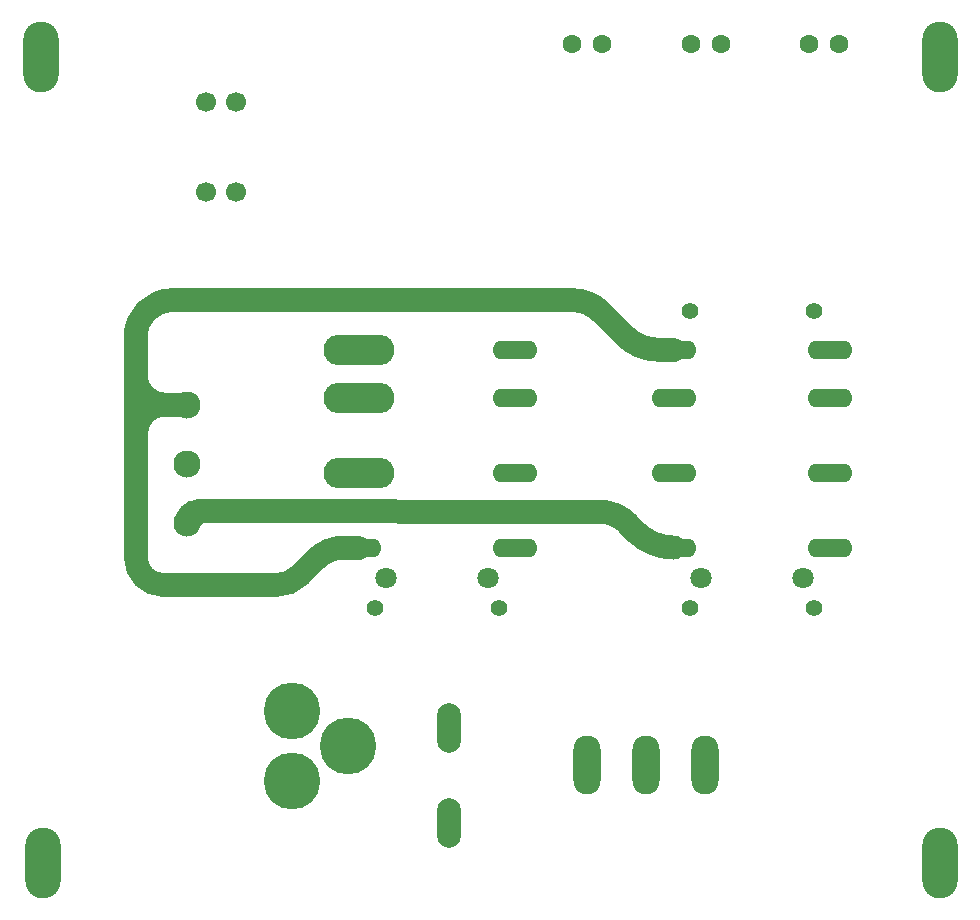
<source format=gtl>
G04 Layer: TopLayer*
G04 EasyEDA v6.5.46, 2025-07-02 10:59:38*
G04 Gerber Generator version 0.2*
G04 Scale: 100 percent, Rotated: No, Reflected: No *
G04 Dimensions in millimeters *
G04 leading zeros omitted , absolute positions ,4 integer and 5 decimal *
%FSLAX45Y45*%
%MOMM*%

%ADD10C,2.0000*%
%ADD11C,1.8000*%
%ADD12C,1.4000*%
%ADD13O,2.2999954X4.9999899999999995*%
%ADD14C,2.3000*%
%ADD15C,1.6000*%
%ADD16C,1.7000*%
%ADD17C,4.8006*%
%ADD18O,1.9999959999999999X4.1999916*%
%ADD19O,3.7999924X1.5999968*%
%ADD20O,5.999988X2.5999948*%
%ADD21O,2.999994X5.999988*%

%LPD*%
D10*
X1399717Y2376413D02*
G01*
X1600327Y2175804D01*
X-2540025Y1587500D02*
G01*
X-2540025Y2165095D01*
X-1146139Y149219D02*
G01*
X-1012281Y283077D01*
X1692650Y517156D02*
G01*
X1625305Y584489D01*
X-2108225Y1592206D02*
G01*
X-2292126Y1592206D01*
X-2108225Y592211D02*
G01*
X-2013237Y687207D01*
X-2013226Y687209D02*
G01*
X1384274Y685800D01*
X-2540025Y1587500D02*
G01*
X-2536725Y293507D01*
X-774219Y381685D02*
G01*
X-647217Y381762D01*
X-2308123Y65023D02*
G01*
X-1349405Y65023D01*
X-2228621Y2476500D02*
G01*
X1158087Y2476500D01*
X1887743Y2056698D02*
G01*
X2019782Y2056637D01*
G75*
G01*
X1600327Y2175805D02*
G02*
X1600355Y2175739I-63J-66D01*
G75*
G01*
X1399718Y2376414D02*
G03*
X1158088Y2476500I-241630J-241630D01*
G75*
G01*
X1600355Y2175739D02*
G03*
X1887743Y2056699I287388J287388D01*
G75*
G01*
X-2292119Y1592212D02*
G02*
X-2540025Y1840118I0J247906D01*
G75*
G01*
X-1012281Y283078D02*
G02*
X-1012096Y283154I185J-188D01*
G75*
G01*
X-1146139Y149220D02*
G02*
X-1349405Y65024I-203267J203266D01*
G75*
G01*
X-1012096Y283154D02*
G02*
X-774220Y381686I237876J-237876D01*
G75*
G01*
X-2540025Y2165101D02*
G02*
X-2228626Y2476500I311399J0D01*
G75*
G01*
X2019673Y381696D02*
G02*
X1692648Y517154I0J462483D01*
G75*
G01*
X1384275Y685800D02*
G02*
X1628879Y584482I0J-345923D01*
G75*
G01*
X-2308121Y64910D02*
G02*
X-2536721Y293510I0J228600D01*
G75*
G01*
X-2536721Y1347610D02*
G02*
X-2292119Y1592212I244602J0D01*
G75*
G01*
X-2013227Y687210D02*
G03*
X-2108223Y592214I0J-94996D01*
D11*
G01*
X-422325Y126974D03*
G01*
X447675Y126974D03*
G01*
X2244674Y126974D03*
G01*
X3114675Y126974D03*
D12*
G01*
X537667Y-127000D03*
G01*
X-512318Y-127000D03*
G01*
X3204692Y-127000D03*
G01*
X2154707Y-127000D03*
G01*
X2154681Y2387600D03*
G01*
X3204667Y2387600D03*
D13*
G01*
X1278000Y-1462811D03*
G01*
X1778000Y-1462811D03*
G01*
X2277998Y-1462811D03*
D14*
G01*
X-2108225Y1592173D03*
G01*
X-2108225Y1092174D03*
G01*
X-2108225Y592175D03*
D15*
G01*
X1155700Y4641875D03*
G01*
X1409700Y4641875D03*
G01*
X2158974Y4641875D03*
G01*
X2412974Y4641875D03*
G01*
X3162274Y4641875D03*
G01*
X3416274Y4641875D03*
D16*
G01*
X-1943100Y3390874D03*
G01*
X-1689100Y3390874D03*
G01*
X-1689100Y4152874D03*
G01*
X-1943100Y4152874D03*
D17*
G01*
X-742983Y-1299199D03*
G01*
X-1212883Y-999479D03*
G01*
X-1212883Y-1591299D03*
D18*
G01*
X114279Y-1144376D03*
G01*
X114279Y-1954408D03*
D19*
G01*
X-647319Y381685D03*
G01*
X672693Y381685D03*
G01*
X672693Y1016685D03*
D20*
G01*
X-647319Y1016685D03*
D19*
G01*
X672693Y1646681D03*
D20*
G01*
X-647319Y1646681D03*
D19*
G01*
X672693Y2056688D03*
D20*
G01*
X-647319Y2056688D03*
D19*
G01*
X2019680Y381685D03*
G01*
X3339693Y381685D03*
G01*
X3339693Y1016685D03*
G01*
X2019680Y1016685D03*
G01*
X3339693Y1646681D03*
G01*
X2019680Y1646681D03*
G01*
X3339693Y2056688D03*
G01*
X2019680Y2056688D03*
D21*
G01*
X-3340100Y4533900D03*
G01*
X-3327400Y-2285974D03*
G01*
X4267174Y-2285974D03*
G01*
X4267174Y4533900D03*
M02*

</source>
